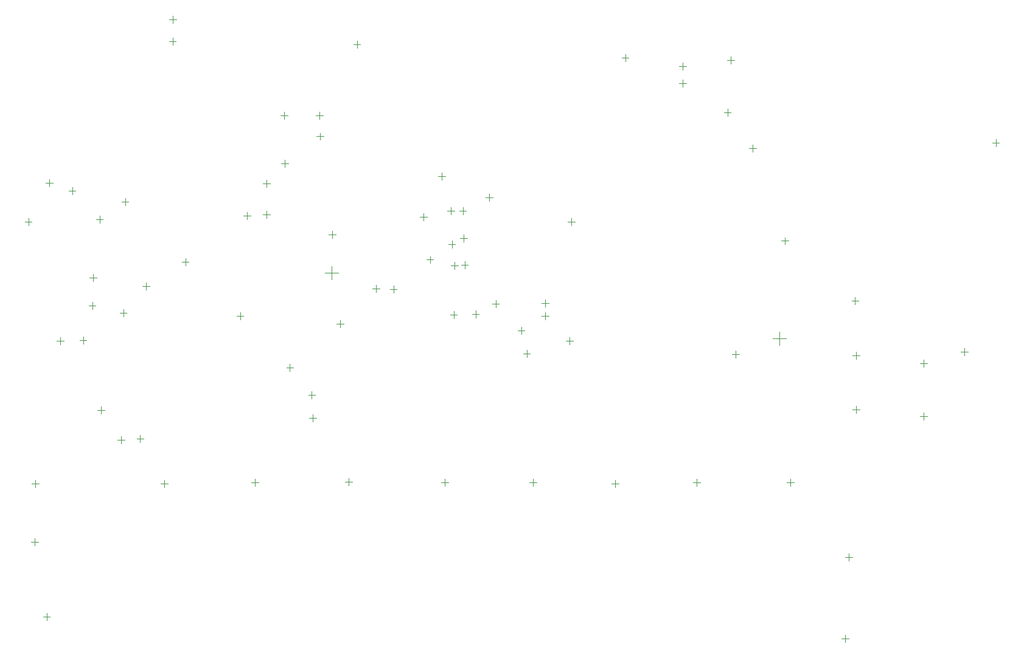
<source format=gbr>
%TF.GenerationSoftware,Altium Limited,Altium Designer,20.2.5 (213)*%
G04 Layer_Color=0*
%FSLAX26Y26*%
%MOIN*%
%TF.SameCoordinates,271AC680-9A3E-4A00-A3D7-6C105C8C782D*%
%TF.FilePolarity,Positive*%
%TF.FileFunction,Other,Top_Component_Center*%
%TF.Part,Single*%
G01*
G75*
%TA.AperFunction,NonConductor*%
%ADD99C,0.003937*%
D99*
X2657200Y3660000D02*
X2696570D01*
X2676886Y3640316D02*
Y3679686D01*
X3385000Y3240316D02*
Y3279686D01*
X3365316Y3260000D02*
X3404686D01*
X3680000Y3397816D02*
Y3437186D01*
X3660316Y3417500D02*
X3699686D01*
X3985316Y3760000D02*
X4024686D01*
X4005000Y3740316D02*
Y3779686D01*
X5290316Y4225000D02*
X5329686D01*
X5310000Y4205316D02*
Y4244686D01*
X3058632Y4094124D02*
X3098002D01*
X3078316Y4074440D02*
Y4113810D01*
X3056034Y4209124D02*
X3095404D01*
X3075718Y4189440D02*
Y4228810D01*
X2862482Y4209124D02*
X2901852D01*
X2882166Y4189440D02*
Y4228810D01*
X2250316Y4615000D02*
X2289686D01*
X2270000Y4595316D02*
Y4634686D01*
X2251782Y4735000D02*
X2291152D01*
X2271466Y4715316D02*
Y4754686D01*
X1480000Y3605316D02*
Y3644686D01*
X1460316Y3625000D02*
X1499686D01*
X1870000Y3620316D02*
Y3659686D01*
X1850316Y3640000D02*
X1889686D01*
X1580000Y1439842D02*
Y1479212D01*
X1560316Y1459528D02*
X1599686D01*
X5355000Y2880316D02*
Y2919686D01*
X5335316Y2900000D02*
X5374686D01*
X5065000Y4460316D02*
Y4499686D01*
X5045316Y4480000D02*
X5084686D01*
X5065000Y4365316D02*
Y4404686D01*
X5045316Y4385000D02*
X5084686D01*
X4435316Y3625000D02*
X4474686D01*
X4455000Y3605316D02*
Y3644686D01*
X3815000Y3365314D02*
Y3404684D01*
X3795316Y3385000D02*
X3834686D01*
X5558386Y2985000D02*
X5631614D01*
X5595000Y2948386D02*
Y3021614D01*
X3460316Y3255000D02*
X3499686D01*
X3480000Y3235316D02*
Y3274686D01*
X6760316Y4060000D02*
X6799686D01*
X6780000Y4040316D02*
Y4079686D01*
X3865000Y3515316D02*
Y3554686D01*
X3845316Y3535000D02*
X3884686D01*
X3625316Y3652500D02*
X3664686D01*
X3645000Y3632816D02*
Y3672186D01*
X3800000Y3482816D02*
Y3522186D01*
X3780316Y3502500D02*
X3819686D01*
X3168082Y3066210D02*
X3207452D01*
X3187768Y3046526D02*
Y3085896D01*
X2912768Y2806526D02*
Y2845896D01*
X2893082Y2826210D02*
X2932452D01*
X3037256Y2530316D02*
Y2569686D01*
X3017572Y2550000D02*
X3056942D01*
X3013082Y2676210D02*
X3052452D01*
X3032768Y2656526D02*
Y2695896D01*
X3910316Y3118552D02*
X3949686D01*
X3930000Y3098866D02*
Y3138236D01*
X3810000Y3095316D02*
Y3134686D01*
X3790316Y3115000D02*
X3829686D01*
X2640000Y3090316D02*
Y3129686D01*
X2620316Y3110000D02*
X2659686D01*
X1830000Y3145316D02*
Y3184686D01*
X1810316Y3165000D02*
X1849686D01*
X5935906Y1340000D02*
X5975276D01*
X5955590Y1320316D02*
Y1359686D01*
X3103386Y3345000D02*
X3176614D01*
X3140000Y3308386D02*
Y3381614D01*
X3870000Y3368116D02*
Y3407486D01*
X3850316Y3387802D02*
X3889686D01*
X4160316Y3030000D02*
X4199686D01*
X4180000Y3010316D02*
Y3049686D01*
X4312198Y3090316D02*
Y3129686D01*
X4292514Y3110000D02*
X4331884D01*
X4312198Y3160316D02*
Y3199686D01*
X4292514Y3180000D02*
X4331884D01*
X4210000Y2883976D02*
Y2923346D01*
X4190316Y2903662D02*
X4229686D01*
X4445000Y2953976D02*
Y2993346D01*
X4425316Y2973662D02*
X4464686D01*
X1858316Y2593552D02*
X1897686D01*
X1878000Y2573866D02*
Y2613236D01*
X2093000Y2414842D02*
Y2454212D01*
X2073316Y2434528D02*
X2112686D01*
X1988000Y2410316D02*
Y2449686D01*
X1968316Y2430000D02*
X2007686D01*
X2340000Y3385316D02*
Y3424686D01*
X2320316Y3405000D02*
X2359686D01*
X1835000Y3300316D02*
Y3339686D01*
X1815316Y3320000D02*
X1854686D01*
X2125000Y3252514D02*
Y3291884D01*
X2105316Y3272198D02*
X2144686D01*
X1635316Y2972952D02*
X1674686D01*
X1655000Y2953268D02*
Y2992638D01*
X1760316Y2974922D02*
X1799686D01*
X1780000Y2955236D02*
Y2994606D01*
X2000000Y3105316D02*
Y3144686D01*
X1980316Y3125000D02*
X2019686D01*
X3745000Y3855316D02*
Y3894686D01*
X3725316Y3875000D02*
X3764686D01*
X1518000Y2170316D02*
Y2209686D01*
X1498316Y2190000D02*
X1537686D01*
X2224528Y2170316D02*
Y2209686D01*
X2204842Y2190000D02*
X2244212D01*
X1495316Y1870000D02*
X1534686D01*
X1515000Y1850316D02*
Y1889686D01*
X5955316Y1785000D02*
X5994686D01*
X5975000Y1765316D02*
Y1804686D01*
X5655000Y2175316D02*
Y2214686D01*
X5635316Y2195000D02*
X5674686D01*
X2722320Y2175316D02*
Y2214686D01*
X2702636Y2195000D02*
X2742006D01*
X3235000Y2180316D02*
Y2219686D01*
X3215316Y2200000D02*
X3254686D01*
X4245000Y2175316D02*
Y2214686D01*
X4225316Y2195000D02*
X4264686D01*
X3760588Y2175316D02*
Y2214686D01*
X3740902Y2195000D02*
X3780272D01*
X4695000Y2170316D02*
Y2209686D01*
X4675316Y2190000D02*
X4714686D01*
X5140472Y2175316D02*
Y2214686D01*
X5120788Y2195000D02*
X5160158D01*
X5329218Y4493828D02*
Y4533198D01*
X5309534Y4513514D02*
X5348904D01*
X2765316Y3665000D02*
X2804686D01*
X2785000Y3645316D02*
Y3684686D01*
X2765316Y3835000D02*
X2804686D01*
X2785000Y3815316D02*
Y3854686D01*
X5448662Y4010316D02*
Y4049686D01*
X5428976Y4030000D02*
X5468346D01*
X5624458Y3501304D02*
Y3540674D01*
X5604772Y3520988D02*
X5644142D01*
X2865316Y3945000D02*
X2904686D01*
X2885000Y3925316D02*
Y3964686D01*
X2010000Y3715316D02*
Y3754686D01*
X1990316Y3735000D02*
X2029686D01*
X4730316Y4526526D02*
X4769686D01*
X4750000Y4506842D02*
Y4546212D01*
X3125316Y3555000D02*
X3164686D01*
X3145000Y3535316D02*
Y3574686D01*
X6607284Y2891812D02*
Y2931182D01*
X6587598Y2911496D02*
X6626968D01*
X5990022Y3191102D02*
X6029392D01*
X6009706Y3171418D02*
Y3210788D01*
X5995022Y2891102D02*
X6034392D01*
X6014706Y2871418D02*
Y2910788D01*
X5995022Y2596102D02*
X6034392D01*
X6014706Y2576418D02*
Y2615788D01*
X6384706Y2829834D02*
Y2869204D01*
X6365022Y2849520D02*
X6404392D01*
X6385000Y2540316D02*
Y2579686D01*
X6365316Y2560000D02*
X6404686D01*
X1575316Y3840000D02*
X1614686D01*
X1595000Y3820316D02*
Y3859686D01*
X1720000Y3775316D02*
Y3814686D01*
X1700316Y3795000D02*
X1739686D01*
X3260316Y4600000D02*
X3299686D01*
X3280000Y4580316D02*
Y4619686D01*
X4020316Y3175000D02*
X4059686D01*
X4040000Y3155316D02*
Y3194686D01*
X3795000Y3665316D02*
Y3704686D01*
X3775316Y3685000D02*
X3814686D01*
X3860000Y3665316D02*
Y3704686D01*
X3840316Y3685000D02*
X3879686D01*
%TF.MD5,c322d704cf5e990d0e997aa65cdcbc13*%
M02*

</source>
